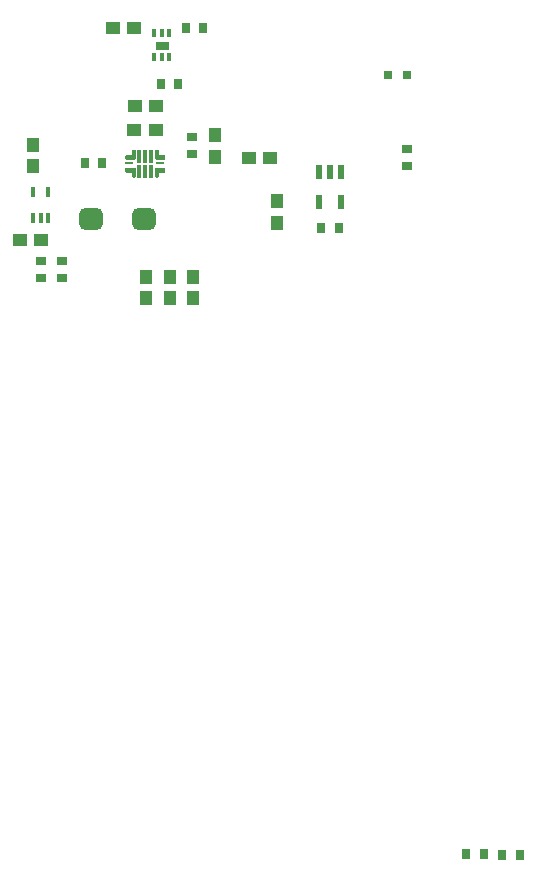
<source format=gbr>
%TF.GenerationSoftware,KiCad,Pcbnew,8.0.4*%
%TF.CreationDate,2024-08-22T00:26:23+05:30*%
%TF.ProjectId,sanket 4.0,73616e6b-6574-4203-942e-302e6b696361,rev?*%
%TF.SameCoordinates,Original*%
%TF.FileFunction,Paste,Top*%
%TF.FilePolarity,Positive*%
%FSLAX46Y46*%
G04 Gerber Fmt 4.6, Leading zero omitted, Abs format (unit mm)*
G04 Created by KiCad (PCBNEW 8.0.4) date 2024-08-22 00:26:23*
%MOMM*%
%LPD*%
G01*
G04 APERTURE LIST*
G04 Aperture macros list*
%AMRoundRect*
0 Rectangle with rounded corners*
0 $1 Rounding radius*
0 $2 $3 $4 $5 $6 $7 $8 $9 X,Y pos of 4 corners*
0 Add a 4 corners polygon primitive as box body*
4,1,4,$2,$3,$4,$5,$6,$7,$8,$9,$2,$3,0*
0 Add four circle primitives for the rounded corners*
1,1,$1+$1,$2,$3*
1,1,$1+$1,$4,$5*
1,1,$1+$1,$6,$7*
1,1,$1+$1,$8,$9*
0 Add four rect primitives between the rounded corners*
20,1,$1+$1,$2,$3,$4,$5,0*
20,1,$1+$1,$4,$5,$6,$7,0*
20,1,$1+$1,$6,$7,$8,$9,0*
20,1,$1+$1,$8,$9,$2,$3,0*%
G04 Aperture macros list end*
%ADD10C,0.025400*%
%ADD11C,0.010000*%
%ADD12R,0.650000X0.900000*%
%ADD13R,0.900000X0.650000*%
%ADD14R,1.100000X1.150000*%
%ADD15R,0.600000X1.250000*%
%ADD16RoundRect,0.450000X0.550000X0.450000X-0.550000X0.450000X-0.550000X-0.450000X0.550000X-0.450000X0*%
%ADD17R,1.150000X1.100000*%
%ADD18R,0.400000X0.900000*%
%ADD19R,0.800000X0.800000*%
%ADD20R,0.650000X0.250000*%
%ADD21R,0.320000X0.690000*%
G04 APERTURE END LIST*
D10*
%TO.C,U6*%
X118246336Y-66798599D02*
X118246336Y-67473599D01*
X118196336Y-67523599D01*
X117521336Y-67523599D01*
X117471336Y-67473599D01*
X117471336Y-67263599D01*
X117521336Y-67213599D01*
X117946336Y-67213599D01*
X118036336Y-67123599D01*
X118036336Y-66798599D01*
X118086336Y-66748599D01*
X118196336Y-66748599D01*
X118246336Y-66798599D01*
G36*
X118246336Y-66798599D02*
G01*
X118246336Y-67473599D01*
X118196336Y-67523599D01*
X117521336Y-67523599D01*
X117471336Y-67473599D01*
X117471336Y-67263599D01*
X117521336Y-67213599D01*
X117946336Y-67213599D01*
X118036336Y-67123599D01*
X118036336Y-66798599D01*
X118086336Y-66748599D01*
X118196336Y-66748599D01*
X118246336Y-66798599D01*
G37*
X118246336Y-68323596D02*
X118246336Y-68998599D01*
X118196336Y-69048599D01*
X118086336Y-69048599D01*
X118036336Y-68998599D01*
X118036336Y-68673599D01*
X117946336Y-68583599D01*
X117521336Y-68583599D01*
X117471336Y-68533599D01*
X117471336Y-68323596D01*
X117521336Y-68273596D01*
X118196336Y-68273596D01*
X118246336Y-68323596D01*
G36*
X118246336Y-68323596D02*
G01*
X118246336Y-68998599D01*
X118196336Y-69048599D01*
X118086336Y-69048599D01*
X118036336Y-68998599D01*
X118036336Y-68673599D01*
X117946336Y-68583599D01*
X117521336Y-68583599D01*
X117471336Y-68533599D01*
X117471336Y-68323596D01*
X117521336Y-68273596D01*
X118196336Y-68273596D01*
X118246336Y-68323596D01*
G37*
X120771336Y-68323596D02*
X120771336Y-68533599D01*
X120721336Y-68583599D01*
X120296336Y-68583599D01*
X120206336Y-68673599D01*
X120206336Y-68998599D01*
X120156336Y-69048599D01*
X120046336Y-69048599D01*
X119996336Y-68998599D01*
X119996336Y-68323596D01*
X120046336Y-68273596D01*
X120721336Y-68273596D01*
X120771336Y-68323596D01*
G36*
X120771336Y-68323596D02*
G01*
X120771336Y-68533599D01*
X120721336Y-68583599D01*
X120296336Y-68583599D01*
X120206336Y-68673599D01*
X120206336Y-68998599D01*
X120156336Y-69048599D01*
X120046336Y-69048599D01*
X119996336Y-68998599D01*
X119996336Y-68323596D01*
X120046336Y-68273596D01*
X120721336Y-68273596D01*
X120771336Y-68323596D01*
G37*
X120206336Y-66798599D02*
X120206336Y-67123599D01*
X120296336Y-67213599D01*
X120721336Y-67213599D01*
X120771336Y-67263599D01*
X120771336Y-67473599D01*
X120721336Y-67523599D01*
X120046336Y-67523599D01*
X119996336Y-67473599D01*
X119996336Y-66798599D01*
X120046336Y-66748599D01*
X120156336Y-66748599D01*
X120206336Y-66798599D01*
G36*
X120206336Y-66798599D02*
G01*
X120206336Y-67123599D01*
X120296336Y-67213599D01*
X120721336Y-67213599D01*
X120771336Y-67263599D01*
X120771336Y-67473599D01*
X120721336Y-67523599D01*
X120046336Y-67523599D01*
X119996336Y-67473599D01*
X119996336Y-66798599D01*
X120046336Y-66748599D01*
X120156336Y-66748599D01*
X120206336Y-66798599D01*
G37*
X118706092Y-66749559D02*
X118715473Y-66752399D01*
X118724114Y-66757029D01*
X118731692Y-66763249D01*
X118737911Y-66770819D01*
X118742530Y-66779469D01*
X118745377Y-66788849D01*
X118746339Y-66798599D01*
X118746339Y-67748599D01*
X118745377Y-67758352D01*
X118742530Y-67767733D01*
X118737911Y-67776377D01*
X118731692Y-67783952D01*
X118724114Y-67790171D01*
X118715473Y-67794793D01*
X118706092Y-67797640D01*
X118696339Y-67798599D01*
X118546339Y-67798599D01*
X118536583Y-67797640D01*
X118527202Y-67794793D01*
X118518558Y-67790171D01*
X118510983Y-67783952D01*
X118504764Y-67776377D01*
X118500142Y-67767733D01*
X118497298Y-67758352D01*
X118496339Y-67748599D01*
X118496339Y-66798599D01*
X118497298Y-66788849D01*
X118500142Y-66779469D01*
X118504764Y-66770819D01*
X118510983Y-66763249D01*
X118518558Y-66757029D01*
X118527202Y-66752399D01*
X118536583Y-66749559D01*
X118546339Y-66748599D01*
X118696339Y-66748599D01*
X118706092Y-66749559D01*
G36*
X118706092Y-66749559D02*
G01*
X118715473Y-66752399D01*
X118724114Y-66757029D01*
X118731692Y-66763249D01*
X118737911Y-66770819D01*
X118742530Y-66779469D01*
X118745377Y-66788849D01*
X118746339Y-66798599D01*
X118746339Y-67748599D01*
X118745377Y-67758352D01*
X118742530Y-67767733D01*
X118737911Y-67776377D01*
X118731692Y-67783952D01*
X118724114Y-67790171D01*
X118715473Y-67794793D01*
X118706092Y-67797640D01*
X118696339Y-67798599D01*
X118546339Y-67798599D01*
X118536583Y-67797640D01*
X118527202Y-67794793D01*
X118518558Y-67790171D01*
X118510983Y-67783952D01*
X118504764Y-67776377D01*
X118500142Y-67767733D01*
X118497298Y-67758352D01*
X118496339Y-67748599D01*
X118496339Y-66798599D01*
X118497298Y-66788849D01*
X118500142Y-66779469D01*
X118504764Y-66770819D01*
X118510983Y-66763249D01*
X118518558Y-66757029D01*
X118527202Y-66752399D01*
X118536583Y-66749559D01*
X118546339Y-66748599D01*
X118696339Y-66748599D01*
X118706092Y-66749559D01*
G37*
X118706092Y-67999558D02*
X118715473Y-68002405D01*
X118724114Y-68007027D01*
X118731692Y-68013246D01*
X118737911Y-68020821D01*
X118742530Y-68029465D01*
X118745377Y-68038846D01*
X118746339Y-68048599D01*
X118746339Y-68998599D01*
X118745377Y-69008349D01*
X118742530Y-69017729D01*
X118737911Y-69026379D01*
X118731692Y-69033949D01*
X118724114Y-69040169D01*
X118715473Y-69044799D01*
X118706092Y-69047639D01*
X118696339Y-69048599D01*
X118546339Y-69048599D01*
X118536583Y-69047639D01*
X118527202Y-69044799D01*
X118518558Y-69040169D01*
X118510983Y-69033949D01*
X118504764Y-69026379D01*
X118500142Y-69017729D01*
X118497298Y-69008349D01*
X118496339Y-68998599D01*
X118496339Y-68048599D01*
X118497298Y-68038846D01*
X118500142Y-68029465D01*
X118504764Y-68020821D01*
X118510983Y-68013246D01*
X118518558Y-68007027D01*
X118527202Y-68002405D01*
X118536583Y-67999558D01*
X118546339Y-67998599D01*
X118696339Y-67998599D01*
X118706092Y-67999558D01*
G36*
X118706092Y-67999558D02*
G01*
X118715473Y-68002405D01*
X118724114Y-68007027D01*
X118731692Y-68013246D01*
X118737911Y-68020821D01*
X118742530Y-68029465D01*
X118745377Y-68038846D01*
X118746339Y-68048599D01*
X118746339Y-68998599D01*
X118745377Y-69008349D01*
X118742530Y-69017729D01*
X118737911Y-69026379D01*
X118731692Y-69033949D01*
X118724114Y-69040169D01*
X118715473Y-69044799D01*
X118706092Y-69047639D01*
X118696339Y-69048599D01*
X118546339Y-69048599D01*
X118536583Y-69047639D01*
X118527202Y-69044799D01*
X118518558Y-69040169D01*
X118510983Y-69033949D01*
X118504764Y-69026379D01*
X118500142Y-69017729D01*
X118497298Y-69008349D01*
X118496339Y-68998599D01*
X118496339Y-68048599D01*
X118497298Y-68038846D01*
X118500142Y-68029465D01*
X118504764Y-68020821D01*
X118510983Y-68013246D01*
X118518558Y-68007027D01*
X118527202Y-68002405D01*
X118536583Y-67999558D01*
X118546339Y-67998599D01*
X118696339Y-67998599D01*
X118706092Y-67999558D01*
G37*
X119206092Y-66749559D02*
X119215470Y-66752399D01*
X119224114Y-66757029D01*
X119231692Y-66763249D01*
X119237908Y-66770819D01*
X119242530Y-66779469D01*
X119245373Y-66788849D01*
X119246336Y-66798599D01*
X119246336Y-67748599D01*
X119245373Y-67758352D01*
X119242530Y-67767733D01*
X119237908Y-67776377D01*
X119231692Y-67783952D01*
X119224114Y-67790171D01*
X119215470Y-67794793D01*
X119206092Y-67797640D01*
X119196336Y-67798599D01*
X119046336Y-67798599D01*
X119036580Y-67797640D01*
X119027202Y-67794793D01*
X119018558Y-67790171D01*
X119010980Y-67783952D01*
X119004764Y-67776377D01*
X119000142Y-67767733D01*
X118997299Y-67758352D01*
X118996336Y-67748599D01*
X118996336Y-66798599D01*
X118997299Y-66788849D01*
X119000142Y-66779469D01*
X119004764Y-66770819D01*
X119010980Y-66763249D01*
X119018558Y-66757029D01*
X119027202Y-66752399D01*
X119036580Y-66749559D01*
X119046336Y-66748599D01*
X119196336Y-66748599D01*
X119206092Y-66749559D01*
G36*
X119206092Y-66749559D02*
G01*
X119215470Y-66752399D01*
X119224114Y-66757029D01*
X119231692Y-66763249D01*
X119237908Y-66770819D01*
X119242530Y-66779469D01*
X119245373Y-66788849D01*
X119246336Y-66798599D01*
X119246336Y-67748599D01*
X119245373Y-67758352D01*
X119242530Y-67767733D01*
X119237908Y-67776377D01*
X119231692Y-67783952D01*
X119224114Y-67790171D01*
X119215470Y-67794793D01*
X119206092Y-67797640D01*
X119196336Y-67798599D01*
X119046336Y-67798599D01*
X119036580Y-67797640D01*
X119027202Y-67794793D01*
X119018558Y-67790171D01*
X119010980Y-67783952D01*
X119004764Y-67776377D01*
X119000142Y-67767733D01*
X118997299Y-67758352D01*
X118996336Y-67748599D01*
X118996336Y-66798599D01*
X118997299Y-66788849D01*
X119000142Y-66779469D01*
X119004764Y-66770819D01*
X119010980Y-66763249D01*
X119018558Y-66757029D01*
X119027202Y-66752399D01*
X119036580Y-66749559D01*
X119046336Y-66748599D01*
X119196336Y-66748599D01*
X119206092Y-66749559D01*
G37*
X119206092Y-67999558D02*
X119215470Y-68002405D01*
X119224114Y-68007027D01*
X119231692Y-68013246D01*
X119237908Y-68020821D01*
X119242530Y-68029465D01*
X119245373Y-68038846D01*
X119246336Y-68048599D01*
X119246336Y-68998599D01*
X119245373Y-69008349D01*
X119242530Y-69017729D01*
X119237908Y-69026379D01*
X119231692Y-69033949D01*
X119224114Y-69040169D01*
X119215470Y-69044799D01*
X119206092Y-69047639D01*
X119196336Y-69048599D01*
X119046336Y-69048599D01*
X119036580Y-69047639D01*
X119027202Y-69044799D01*
X119018558Y-69040169D01*
X119010980Y-69033949D01*
X119004764Y-69026379D01*
X119000142Y-69017729D01*
X118997299Y-69008349D01*
X118996336Y-68998599D01*
X118996336Y-68048599D01*
X118997299Y-68038846D01*
X119000142Y-68029465D01*
X119004764Y-68020821D01*
X119010980Y-68013246D01*
X119018558Y-68007027D01*
X119027202Y-68002405D01*
X119036580Y-67999558D01*
X119046336Y-67998599D01*
X119196336Y-67998599D01*
X119206092Y-67999558D01*
G36*
X119206092Y-67999558D02*
G01*
X119215470Y-68002405D01*
X119224114Y-68007027D01*
X119231692Y-68013246D01*
X119237908Y-68020821D01*
X119242530Y-68029465D01*
X119245373Y-68038846D01*
X119246336Y-68048599D01*
X119246336Y-68998599D01*
X119245373Y-69008349D01*
X119242530Y-69017729D01*
X119237908Y-69026379D01*
X119231692Y-69033949D01*
X119224114Y-69040169D01*
X119215470Y-69044799D01*
X119206092Y-69047639D01*
X119196336Y-69048599D01*
X119046336Y-69048599D01*
X119036580Y-69047639D01*
X119027202Y-69044799D01*
X119018558Y-69040169D01*
X119010980Y-69033949D01*
X119004764Y-69026379D01*
X119000142Y-69017729D01*
X118997299Y-69008349D01*
X118996336Y-68998599D01*
X118996336Y-68048599D01*
X118997299Y-68038846D01*
X119000142Y-68029465D01*
X119004764Y-68020821D01*
X119010980Y-68013246D01*
X119018558Y-68007027D01*
X119027202Y-68002405D01*
X119036580Y-67999558D01*
X119046336Y-67998599D01*
X119196336Y-67998599D01*
X119206092Y-67999558D01*
G37*
X119706089Y-66749559D02*
X119715470Y-66752399D01*
X119724114Y-66757029D01*
X119731689Y-66763249D01*
X119737908Y-66770819D01*
X119742530Y-66779469D01*
X119745374Y-66788849D01*
X119746333Y-66798599D01*
X119746333Y-67748599D01*
X119745374Y-67758352D01*
X119742530Y-67767733D01*
X119737908Y-67776377D01*
X119731689Y-67783952D01*
X119724114Y-67790171D01*
X119715470Y-67794793D01*
X119706089Y-67797640D01*
X119696333Y-67798599D01*
X119546333Y-67798599D01*
X119536580Y-67797640D01*
X119527199Y-67794793D01*
X119518558Y-67790171D01*
X119510980Y-67783952D01*
X119504761Y-67776377D01*
X119500142Y-67767733D01*
X119497295Y-67758352D01*
X119496333Y-67748599D01*
X119496333Y-66798599D01*
X119497295Y-66788849D01*
X119500142Y-66779469D01*
X119504761Y-66770819D01*
X119510980Y-66763249D01*
X119518558Y-66757029D01*
X119527199Y-66752399D01*
X119536580Y-66749559D01*
X119546333Y-66748599D01*
X119696333Y-66748599D01*
X119706089Y-66749559D01*
G36*
X119706089Y-66749559D02*
G01*
X119715470Y-66752399D01*
X119724114Y-66757029D01*
X119731689Y-66763249D01*
X119737908Y-66770819D01*
X119742530Y-66779469D01*
X119745374Y-66788849D01*
X119746333Y-66798599D01*
X119746333Y-67748599D01*
X119745374Y-67758352D01*
X119742530Y-67767733D01*
X119737908Y-67776377D01*
X119731689Y-67783952D01*
X119724114Y-67790171D01*
X119715470Y-67794793D01*
X119706089Y-67797640D01*
X119696333Y-67798599D01*
X119546333Y-67798599D01*
X119536580Y-67797640D01*
X119527199Y-67794793D01*
X119518558Y-67790171D01*
X119510980Y-67783952D01*
X119504761Y-67776377D01*
X119500142Y-67767733D01*
X119497295Y-67758352D01*
X119496333Y-67748599D01*
X119496333Y-66798599D01*
X119497295Y-66788849D01*
X119500142Y-66779469D01*
X119504761Y-66770819D01*
X119510980Y-66763249D01*
X119518558Y-66757029D01*
X119527199Y-66752399D01*
X119536580Y-66749559D01*
X119546333Y-66748599D01*
X119696333Y-66748599D01*
X119706089Y-66749559D01*
G37*
X119706089Y-67999558D02*
X119715470Y-68002405D01*
X119724114Y-68007027D01*
X119731689Y-68013246D01*
X119737908Y-68020821D01*
X119742530Y-68029465D01*
X119745374Y-68038846D01*
X119746333Y-68048599D01*
X119746333Y-68998599D01*
X119745374Y-69008349D01*
X119742530Y-69017729D01*
X119737908Y-69026379D01*
X119731689Y-69033949D01*
X119724114Y-69040169D01*
X119715470Y-69044799D01*
X119706089Y-69047639D01*
X119696333Y-69048599D01*
X119546333Y-69048599D01*
X119536580Y-69047639D01*
X119527199Y-69044799D01*
X119518558Y-69040169D01*
X119510980Y-69033949D01*
X119504761Y-69026379D01*
X119500142Y-69017729D01*
X119497295Y-69008349D01*
X119496333Y-68998599D01*
X119496333Y-68048599D01*
X119497295Y-68038846D01*
X119500142Y-68029465D01*
X119504761Y-68020821D01*
X119510980Y-68013246D01*
X119518558Y-68007027D01*
X119527199Y-68002405D01*
X119536580Y-67999558D01*
X119546333Y-67998599D01*
X119696333Y-67998599D01*
X119706089Y-67999558D01*
G36*
X119706089Y-67999558D02*
G01*
X119715470Y-68002405D01*
X119724114Y-68007027D01*
X119731689Y-68013246D01*
X119737908Y-68020821D01*
X119742530Y-68029465D01*
X119745374Y-68038846D01*
X119746333Y-68048599D01*
X119746333Y-68998599D01*
X119745374Y-69008349D01*
X119742530Y-69017729D01*
X119737908Y-69026379D01*
X119731689Y-69033949D01*
X119724114Y-69040169D01*
X119715470Y-69044799D01*
X119706089Y-69047639D01*
X119696333Y-69048599D01*
X119546333Y-69048599D01*
X119536580Y-69047639D01*
X119527199Y-69044799D01*
X119518558Y-69040169D01*
X119510980Y-69033949D01*
X119504761Y-69026379D01*
X119500142Y-69017729D01*
X119497295Y-69008349D01*
X119496333Y-68998599D01*
X119496333Y-68048599D01*
X119497295Y-68038846D01*
X119500142Y-68029465D01*
X119504761Y-68020821D01*
X119510980Y-68013246D01*
X119518558Y-68007027D01*
X119527199Y-68002405D01*
X119536580Y-67999558D01*
X119546333Y-67998599D01*
X119696333Y-67998599D01*
X119706089Y-67999558D01*
G37*
D11*
%TO.C,U4*%
X121050373Y-58214600D02*
X120038373Y-58214600D01*
X120038373Y-57582600D01*
X121050373Y-57582600D01*
X121050373Y-58214600D01*
G36*
X121050373Y-58214600D02*
G01*
X120038373Y-58214600D01*
X120038373Y-57582600D01*
X121050373Y-57582600D01*
X121050373Y-58214600D01*
G37*
%TD*%
D12*
%TO.C,R10*%
X146351100Y-126398600D03*
X147801100Y-126398600D03*
%TD*%
D13*
%TO.C,R7*%
X110301100Y-77623600D03*
X110301100Y-76173600D03*
%TD*%
D14*
%TO.C,CFF1*%
X130301100Y-71098600D03*
X130301100Y-72898600D03*
%TD*%
D13*
%TO.C,R4*%
X141301100Y-66673600D03*
X141301100Y-68123600D03*
%TD*%
D15*
%TO.C,U5*%
X135751100Y-68648600D03*
X134801100Y-68648600D03*
X133851100Y-68648600D03*
X133851100Y-71148600D03*
X135751100Y-71148600D03*
%TD*%
D14*
%TO.C,C4*%
X119214691Y-77498600D03*
X119214691Y-79298600D03*
%TD*%
D12*
%TO.C,RSENSE1*%
X134076100Y-73398600D03*
X135526100Y-73398600D03*
%TD*%
D16*
%TO.C,L1*%
X119051100Y-72567690D03*
X114551100Y-72567690D03*
%TD*%
D17*
%TO.C,C3*%
X120030170Y-65088575D03*
X118230170Y-65088575D03*
%TD*%
D14*
%TO.C,C7*%
X109633707Y-66347641D03*
X109633707Y-68147641D03*
%TD*%
D12*
%TO.C,R_ILIM1*%
X120469372Y-61209901D03*
X121919372Y-61209901D03*
%TD*%
D13*
%TO.C,R5*%
X123123460Y-67133984D03*
X123123460Y-65683984D03*
%TD*%
D18*
%TO.C,U3*%
X109651100Y-72498600D03*
X110301100Y-72498600D03*
X110951100Y-72498600D03*
X110951100Y-70298600D03*
X109651100Y-70298600D03*
%TD*%
D12*
%TO.C,R11*%
X149402170Y-126424650D03*
X150852170Y-126424650D03*
%TD*%
D19*
%TO.C,D1*%
X139701100Y-60398600D03*
X141301100Y-60398600D03*
%TD*%
D17*
%TO.C,C6*%
X108514710Y-74402132D03*
X110314710Y-74402132D03*
%TD*%
D12*
%TO.C,R1*%
X124026100Y-56398600D03*
X122576100Y-56398600D03*
%TD*%
D14*
%TO.C,C9*%
X121214691Y-77498600D03*
X121214691Y-79298600D03*
%TD*%
D12*
%TO.C,R6*%
X114076100Y-67898600D03*
X115526100Y-67898600D03*
%TD*%
D13*
%TO.C,R8*%
X112076100Y-76173600D03*
X112076100Y-77623600D03*
%TD*%
D17*
%TO.C,C1*%
X116401100Y-56398600D03*
X118201100Y-56398600D03*
%TD*%
D14*
%TO.C,C10*%
X123214691Y-77498600D03*
X123214691Y-79298600D03*
%TD*%
D17*
%TO.C,C2*%
X120062923Y-63052123D03*
X118262923Y-63052123D03*
%TD*%
%TO.C,C8*%
X127901100Y-67398600D03*
X129701100Y-67398600D03*
%TD*%
D20*
%TO.C,U6*%
X120446336Y-67898599D03*
X117796336Y-67898599D03*
%TD*%
D21*
%TO.C,U4*%
X119894373Y-58918600D03*
X120544373Y-58918600D03*
X121194373Y-58918600D03*
X121194373Y-56878600D03*
X120544373Y-56878600D03*
X119894373Y-56878600D03*
%TD*%
D14*
%TO.C,C5*%
X125032633Y-65524580D03*
X125032633Y-67324580D03*
%TD*%
M02*

</source>
